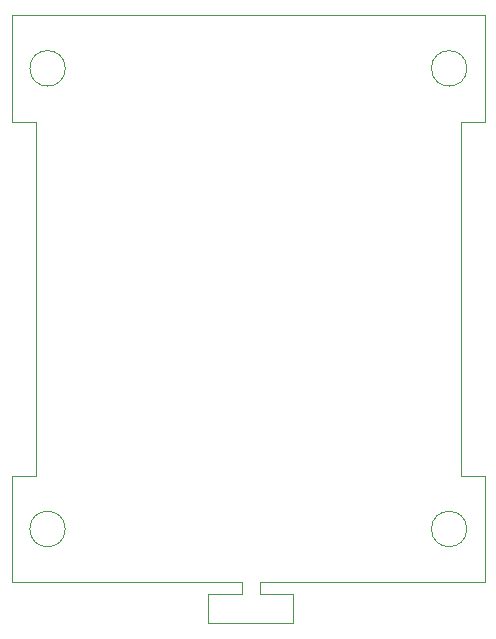
<source format=gbr>
%TF.GenerationSoftware,KiCad,Pcbnew,(5.1.6)-1*%
%TF.CreationDate,2023-11-28T20:11:05+09:00*%
%TF.ProjectId,CMouse-3rd-MOD,434d6f75-7365-42d3-9372-642d4d4f442e,rev?*%
%TF.SameCoordinates,Original*%
%TF.FileFunction,Profile,NP*%
%FSLAX46Y46*%
G04 Gerber Fmt 4.6, Leading zero omitted, Abs format (unit mm)*
G04 Created by KiCad (PCBNEW (5.1.6)-1) date 2023-11-28 20:11:05*
%MOMM*%
%LPD*%
G01*
G04 APERTURE LIST*
%TA.AperFunction,Profile*%
%ADD10C,0.050000*%
%TD*%
G04 APERTURE END LIST*
D10*
X111100000Y-151000000D02*
X112000000Y-151000000D01*
X111100000Y-148500000D02*
X111100000Y-151000000D01*
X112000000Y-148500000D02*
X111100000Y-148500000D01*
X118300000Y-148500000D02*
X117500000Y-148500000D01*
X118300000Y-151000000D02*
X118300000Y-148500000D01*
X117500000Y-151000000D02*
X118300000Y-151000000D01*
X112000000Y-148500000D02*
X114000000Y-148500000D01*
X115500000Y-148500000D02*
X117500000Y-148500000D01*
X115500000Y-147500000D02*
X115500000Y-148500000D01*
X134500000Y-147500000D02*
X115500000Y-147500000D01*
X114000000Y-147500000D02*
X114000000Y-148500000D01*
X94500000Y-147500000D02*
X114000000Y-147500000D01*
X112000000Y-151000000D02*
X117500000Y-151000000D01*
X133000000Y-143000000D02*
G75*
G03*
X133000000Y-143000000I-1500000J0D01*
G01*
X133000000Y-104000000D02*
G75*
G03*
X133000000Y-104000000I-1500000J0D01*
G01*
X99000000Y-104000000D02*
G75*
G03*
X99000000Y-104000000I-1500000J0D01*
G01*
X99000000Y-143000000D02*
G75*
G03*
X99000000Y-143000000I-1500000J0D01*
G01*
X94500000Y-108500000D02*
X94500000Y-99500000D01*
X96500000Y-108500000D02*
X94500000Y-108500000D01*
X96500000Y-138500000D02*
X96500000Y-108500000D01*
X94500000Y-138500000D02*
X96500000Y-138500000D01*
X94500000Y-147500000D02*
X94500000Y-138500000D01*
X134500000Y-138500000D02*
X134500000Y-147500000D01*
X132500000Y-138500000D02*
X134500000Y-138500000D01*
X132500000Y-108500000D02*
X132500000Y-138500000D01*
X134500000Y-108500000D02*
X132500000Y-108500000D01*
X134500000Y-99500000D02*
X134500000Y-108500000D01*
X94500000Y-99500000D02*
X134500000Y-99500000D01*
M02*

</source>
